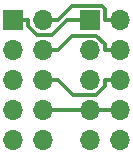
<source format=gbr>
G04 #@! TF.GenerationSoftware,KiCad,Pcbnew,(5.1.0-0)*
G04 #@! TF.CreationDate,2019-08-08T22:33:38-04:00*
G04 #@! TF.ProjectId,Dell Optiplex USB Header Sense Adapter,44656c6c-204f-4707-9469-706c65782055,rev?*
G04 #@! TF.SameCoordinates,Original*
G04 #@! TF.FileFunction,Copper,L2,Bot*
G04 #@! TF.FilePolarity,Positive*
%FSLAX46Y46*%
G04 Gerber Fmt 4.6, Leading zero omitted, Abs format (unit mm)*
G04 Created by KiCad (PCBNEW (5.1.0-0)) date 2019-08-08 22:33:38*
%MOMM*%
%LPD*%
G04 APERTURE LIST*
%ADD10R,1.700000X1.700000*%
%ADD11O,1.700000X1.700000*%
%ADD12C,0.350000*%
G04 APERTURE END LIST*
D10*
X162460000Y-88825000D03*
D11*
X165000000Y-88825000D03*
X162460000Y-91365000D03*
X165000000Y-91365000D03*
X162460000Y-93905000D03*
X165000000Y-93905000D03*
X162460000Y-96445000D03*
X165000000Y-96445000D03*
X162460000Y-98985000D03*
X165000000Y-98985000D03*
D10*
X156000000Y-88825000D03*
D11*
X158540000Y-88825000D03*
X156000000Y-91365000D03*
X158540000Y-91365000D03*
X156000000Y-93905000D03*
X158540000Y-93905000D03*
X156000000Y-96445000D03*
X158540000Y-96445000D03*
X156000000Y-98985000D03*
X158540000Y-98985000D03*
D12*
X156000000Y-88825000D02*
X157225300Y-88825000D01*
X157225300Y-88825000D02*
X157225300Y-89284500D01*
X157225300Y-89284500D02*
X158010700Y-90069900D01*
X158010700Y-90069900D02*
X159298800Y-90069900D01*
X159298800Y-90069900D02*
X160543700Y-88825000D01*
X160543700Y-88825000D02*
X162460000Y-88825000D01*
X165000000Y-88825000D02*
X163774700Y-88825000D01*
X158540000Y-88825000D02*
X159765300Y-88825000D01*
X159765300Y-88825000D02*
X160990700Y-87599600D01*
X160990700Y-87599600D02*
X163505500Y-87599600D01*
X163505500Y-87599600D02*
X163774700Y-87868800D01*
X163774700Y-87868800D02*
X163774700Y-88825000D01*
X165000000Y-91365000D02*
X163774700Y-91365000D01*
X158540000Y-91365000D02*
X159765300Y-91365000D01*
X159765300Y-91365000D02*
X160997700Y-90132600D01*
X160997700Y-90132600D02*
X163050100Y-90132600D01*
X163050100Y-90132600D02*
X163774700Y-90857200D01*
X163774700Y-90857200D02*
X163774700Y-91365000D01*
X165000000Y-93905000D02*
X163774700Y-93905000D01*
X158540000Y-93905000D02*
X159765300Y-93905000D01*
X159765300Y-93905000D02*
X161035300Y-95175000D01*
X161035300Y-95175000D02*
X163012500Y-95175000D01*
X163012500Y-95175000D02*
X163774700Y-94412800D01*
X163774700Y-94412800D02*
X163774700Y-93905000D01*
X165000000Y-96445000D02*
X162460000Y-96445000D01*
X158540000Y-96445000D02*
X162460000Y-96445000D01*
M02*

</source>
